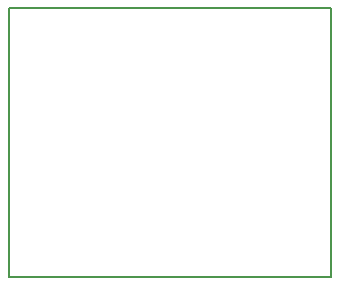
<source format=gbo>
G04 MADE WITH FRITZING*
G04 WWW.FRITZING.ORG*
G04 DOUBLE SIDED*
G04 HOLES PLATED*
G04 CONTOUR ON CENTER OF CONTOUR VECTOR*
%ASAXBY*%
%FSLAX23Y23*%
%MOIN*%
%OFA0B0*%
%SFA1.0B1.0*%
%ADD10R,1.079250X0.904476X1.063250X0.888476*%
%ADD11C,0.008000*%
%LNSILK0*%
G90*
G70*
G54D11*
X4Y900D02*
X1075Y900D01*
X1075Y4D01*
X4Y4D01*
X4Y900D01*
D02*
G04 End of Silk0*
M02*
</source>
